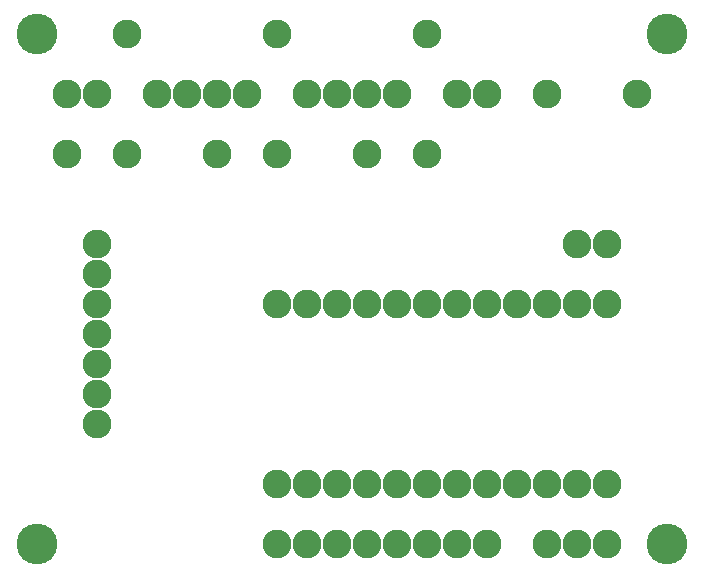
<source format=gts>
G04 MADE WITH FRITZING*
G04 WWW.FRITZING.ORG*
G04 DOUBLE SIDED*
G04 HOLES PLATED*
G04 CONTOUR ON CENTER OF CONTOUR VECTOR*
%ASAXBY*%
%FSLAX23Y23*%
%MOIN*%
%OFA0B0*%
%SFA1.0B1.0*%
%ADD10C,0.096614*%
%ADD11C,0.135984*%
%LNMASK1*%
G90*
G70*
G54D10*
X419Y1410D03*
X919Y1410D03*
X1419Y1410D03*
X1219Y1410D03*
X719Y1410D03*
X219Y1410D03*
X1419Y1810D03*
X1319Y1610D03*
X1219Y1610D03*
X1619Y1610D03*
X1519Y1610D03*
X919Y1810D03*
X819Y1610D03*
X719Y1610D03*
X1119Y1610D03*
X1019Y1610D03*
X419Y1810D03*
X619Y1610D03*
X519Y1610D03*
X319Y1610D03*
X219Y1610D03*
G54D11*
X119Y1810D03*
X2219Y1810D03*
X119Y110D03*
G54D10*
X2019Y910D03*
X1919Y910D03*
X1819Y910D03*
X1719Y910D03*
X1619Y910D03*
X1519Y910D03*
X1419Y910D03*
X1319Y910D03*
X1219Y910D03*
X1119Y910D03*
X1019Y910D03*
X919Y910D03*
X2019Y310D03*
X1919Y310D03*
X1819Y310D03*
X1219Y310D03*
X1119Y310D03*
X919Y310D03*
X1019Y310D03*
X1519Y310D03*
X1419Y310D03*
X1619Y310D03*
X1719Y310D03*
X1319Y310D03*
X2019Y1110D03*
X1919Y1110D03*
X2119Y1610D03*
X1819Y1610D03*
X319Y710D03*
X319Y1110D03*
X319Y1010D03*
X319Y510D03*
X319Y810D03*
X319Y910D03*
X319Y610D03*
X919Y110D03*
X1019Y110D03*
X1119Y110D03*
X1219Y110D03*
X1319Y110D03*
X1419Y110D03*
X1519Y110D03*
X1619Y110D03*
X1819Y110D03*
X1919Y110D03*
X2019Y110D03*
G54D11*
X2219Y110D03*
G04 End of Mask1*
M02*
</source>
